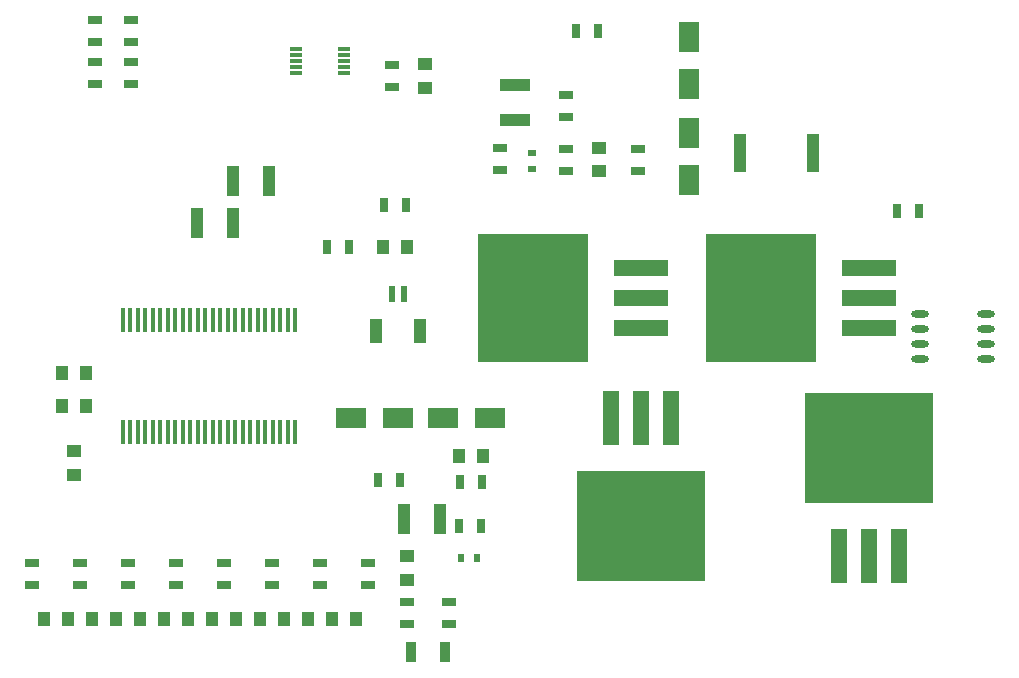
<source format=gtp>
G04 #@! TF.FileFunction,Paste,Top*
%FSLAX46Y46*%
G04 Gerber Fmt 4.6, Leading zero omitted, Abs format (unit mm)*
G04 Created by KiCad (PCBNEW 4.0.5+dfsg1-4) date Wed Feb  8 17:01:35 2017*
%MOMM*%
%LPD*%
G01*
G04 APERTURE LIST*
%ADD10C,0.100000*%
%ADD11R,1.300000X0.700000*%
%ADD12R,1.000000X1.250000*%
%ADD13R,1.250000X1.000000*%
%ADD14R,1.800860X2.499360*%
%ADD15R,2.499360X1.800860*%
%ADD16R,0.600000X1.400000*%
%ADD17R,1.000000X2.000000*%
%ADD18R,4.600000X1.390000*%
%ADD19R,9.400000X10.800000*%
%ADD20O,1.473200X0.609600*%
%ADD21R,1.390000X4.600000*%
%ADD22R,10.800000X9.400000*%
%ADD23R,0.700000X1.300000*%
%ADD24R,0.400000X2.000000*%
%ADD25R,1.016000X0.343000*%
%ADD26R,1.000000X2.500000*%
%ADD27R,2.500000X1.000000*%
%ADD28R,0.900000X1.700000*%
%ADD29R,1.000000X3.200000*%
%ADD30R,0.700000X0.600000*%
%ADD31R,0.600000X0.700000*%
G04 APERTURE END LIST*
D10*
D11*
X114074000Y-69280000D03*
X114074000Y-67380000D03*
X117122000Y-67380000D03*
X117122000Y-69280000D03*
X117122000Y-70936000D03*
X117122000Y-72836000D03*
X114074000Y-72836000D03*
X114074000Y-70936000D03*
D12*
X138446000Y-86614000D03*
X140446000Y-86614000D03*
X113268000Y-100076000D03*
X111268000Y-100076000D03*
D13*
X156718000Y-80232000D03*
X156718000Y-78232000D03*
D12*
X113268000Y-97282000D03*
X111268000Y-97282000D03*
D13*
X112268000Y-103902000D03*
X112268000Y-105902000D03*
X140462000Y-112792000D03*
X140462000Y-114792000D03*
D12*
X146884000Y-104300000D03*
X144884000Y-104300000D03*
X109744000Y-118110000D03*
X111744000Y-118110000D03*
X113808000Y-118110000D03*
X115808000Y-118110000D03*
X117872000Y-118110000D03*
X119872000Y-118110000D03*
X121936000Y-118110000D03*
X123936000Y-118110000D03*
X126000000Y-118110000D03*
X128000000Y-118110000D03*
X130064000Y-118110000D03*
X132064000Y-118110000D03*
X134128000Y-118110000D03*
X136128000Y-118110000D03*
D13*
X141986000Y-73136000D03*
X141986000Y-71136000D03*
D14*
X164338000Y-76995020D03*
X164338000Y-80992980D03*
X164338000Y-72831960D03*
X164338000Y-68834000D03*
D15*
X143510000Y-101092000D03*
X147507960Y-101092000D03*
X139700000Y-101092000D03*
X135702040Y-101092000D03*
D16*
X139200000Y-90639500D03*
X140200000Y-90639500D03*
D17*
X141600000Y-93764500D03*
X137800000Y-93764500D03*
D18*
X179578000Y-90932000D03*
D19*
X170428000Y-90932000D03*
D18*
X179578000Y-88392000D03*
X179578000Y-93472000D03*
X160274000Y-90932000D03*
D19*
X151124000Y-90932000D03*
D18*
X160274000Y-88392000D03*
X160274000Y-93472000D03*
D20*
X189484000Y-96139000D03*
X189484000Y-94869000D03*
X189484000Y-93599000D03*
X189484000Y-92329000D03*
X183896000Y-92329000D03*
X183896000Y-93599000D03*
X183896000Y-94869000D03*
X183896000Y-96139000D03*
D21*
X179578000Y-112776000D03*
D22*
X179578000Y-103626000D03*
D21*
X182118000Y-112776000D03*
X177038000Y-112776000D03*
X160274000Y-101092000D03*
D22*
X160274000Y-110242000D03*
D21*
X157734000Y-101092000D03*
X162814000Y-101092000D03*
D11*
X148336000Y-80132000D03*
X148336000Y-78232000D03*
X153924000Y-80198000D03*
X153924000Y-78298000D03*
X153924000Y-75626000D03*
X153924000Y-73726000D03*
D23*
X133670000Y-86614000D03*
X135570000Y-86614000D03*
X138496000Y-83058000D03*
X140396000Y-83058000D03*
D11*
X160020000Y-80198000D03*
X160020000Y-78298000D03*
D23*
X156652000Y-68326000D03*
X154752000Y-68326000D03*
X181930000Y-83566000D03*
X183830000Y-83566000D03*
D11*
X140462000Y-116652000D03*
X140462000Y-118552000D03*
X144018000Y-116652000D03*
X144018000Y-118552000D03*
D23*
X146834000Y-106550000D03*
X144934000Y-106550000D03*
X139884000Y-106400000D03*
X137984000Y-106400000D03*
D11*
X108712000Y-115250000D03*
X108712000Y-113350000D03*
X112776000Y-115250000D03*
X112776000Y-113350000D03*
X116840000Y-115250000D03*
X116840000Y-113350000D03*
X120904000Y-115250000D03*
X120904000Y-113350000D03*
X124968000Y-115250000D03*
X124968000Y-113350000D03*
X129032000Y-115250000D03*
X129032000Y-113350000D03*
X133096000Y-115250000D03*
X133096000Y-113350000D03*
X137160000Y-115250000D03*
X137160000Y-113350000D03*
D23*
X146746000Y-110236000D03*
X144846000Y-110236000D03*
D11*
X139192000Y-73086000D03*
X139192000Y-71186000D03*
D24*
X123380500Y-92786000D03*
X122745500Y-92786000D03*
X122110500Y-92786000D03*
X121475500Y-92786000D03*
X120840500Y-92786000D03*
X120205500Y-92786000D03*
X119570500Y-92786000D03*
X118935500Y-92786000D03*
X118300500Y-92786000D03*
X117665500Y-92786000D03*
X117030500Y-92786000D03*
X116395500Y-92786000D03*
X124015500Y-92786000D03*
X124650500Y-92786000D03*
X125285500Y-92786000D03*
X125920500Y-92786000D03*
X126555500Y-92786000D03*
X127190500Y-92786000D03*
X127825500Y-92786000D03*
X128460500Y-92786000D03*
X129095500Y-92786000D03*
X129730500Y-92786000D03*
X130365500Y-92786000D03*
X131000500Y-92786000D03*
X116395500Y-102286000D03*
X117030500Y-102286000D03*
X117665500Y-102286000D03*
X118300500Y-102286000D03*
X118935500Y-102286000D03*
X119570500Y-102286000D03*
X120205500Y-102286000D03*
X120840500Y-102286000D03*
X121475500Y-102286000D03*
X122110500Y-102286000D03*
X122745500Y-102286000D03*
X123380500Y-102286000D03*
X124015500Y-102286000D03*
X124650500Y-102286000D03*
X125285500Y-102286000D03*
X125920500Y-102286000D03*
X126555500Y-102286000D03*
X127190500Y-102286000D03*
X127825500Y-102286000D03*
X128460500Y-102286000D03*
X129095500Y-102286000D03*
X129730500Y-102286000D03*
X130365500Y-102286000D03*
X131000500Y-102286000D03*
D25*
X131052500Y-69863500D03*
X131052500Y-70363500D03*
X131052500Y-70863500D03*
X131052500Y-71363500D03*
X131052500Y-71863500D03*
X135144500Y-69863500D03*
X135144500Y-70363500D03*
X135144500Y-70863500D03*
X135144500Y-71363500D03*
X135144500Y-71863500D03*
D26*
X125754000Y-81026000D03*
X128754000Y-81026000D03*
D27*
X149606000Y-75898000D03*
X149606000Y-72898000D03*
D26*
X122706000Y-84582000D03*
X125706000Y-84582000D03*
X143234000Y-109700000D03*
X140234000Y-109700000D03*
D28*
X140790000Y-120904000D03*
X143690000Y-120904000D03*
D29*
X168634000Y-78700000D03*
X174834000Y-78700000D03*
D30*
X151084000Y-80050000D03*
X151084000Y-78650000D03*
D31*
X146434000Y-112950000D03*
X145034000Y-112950000D03*
M02*

</source>
